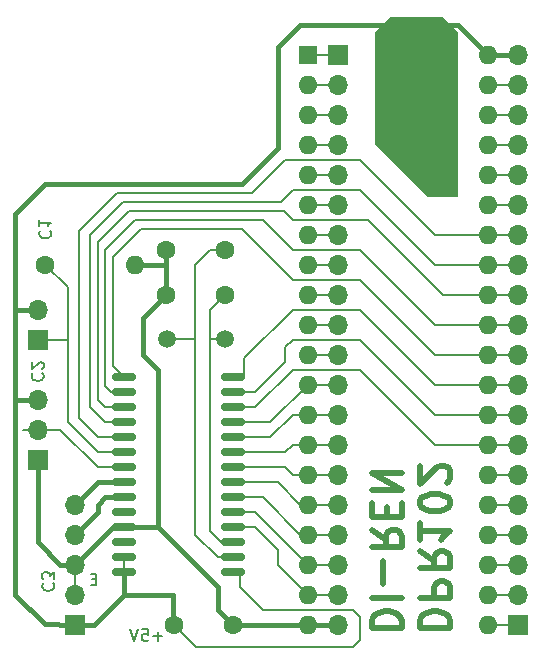
<source format=gbl>
%TF.GenerationSoftware,KiCad,Pcbnew,8.0.3+1*%
%TF.CreationDate,2024-07-31T15:36:37+02:00*%
%TF.ProjectId,QL_diren_keyboard_adapter,514c5f64-6972-4656-9e5f-6b6579626f61,0*%
%TF.SameCoordinates,Original*%
%TF.FileFunction,Copper,L2,Bot*%
%TF.FilePolarity,Positive*%
%FSLAX46Y46*%
G04 Gerber Fmt 4.6, Leading zero omitted, Abs format (unit mm)*
G04 Created by KiCad (PCBNEW 8.0.3+1) date 2024-07-31 15:36:37*
%MOMM*%
%LPD*%
G01*
G04 APERTURE LIST*
G04 Aperture macros list*
%AMRoundRect*
0 Rectangle with rounded corners*
0 $1 Rounding radius*
0 $2 $3 $4 $5 $6 $7 $8 $9 X,Y pos of 4 corners*
0 Add a 4 corners polygon primitive as box body*
4,1,4,$2,$3,$4,$5,$6,$7,$8,$9,$2,$3,0*
0 Add four circle primitives for the rounded corners*
1,1,$1+$1,$2,$3*
1,1,$1+$1,$4,$5*
1,1,$1+$1,$6,$7*
1,1,$1+$1,$8,$9*
0 Add four rect primitives between the rounded corners*
20,1,$1+$1,$2,$3,$4,$5,0*
20,1,$1+$1,$4,$5,$6,$7,0*
20,1,$1+$1,$6,$7,$8,$9,0*
20,1,$1+$1,$8,$9,$2,$3,0*%
G04 Aperture macros list end*
%ADD10C,0.200000*%
%TA.AperFunction,NonConductor*%
%ADD11C,0.200000*%
%TD*%
%ADD12C,0.508000*%
%TA.AperFunction,NonConductor*%
%ADD13C,0.508000*%
%TD*%
%TA.AperFunction,SMDPad,CuDef*%
%ADD14RoundRect,0.150000X-0.875000X-0.150000X0.875000X-0.150000X0.875000X0.150000X-0.875000X0.150000X0*%
%TD*%
%TA.AperFunction,ComponentPad*%
%ADD15R,1.600000X1.600000*%
%TD*%
%TA.AperFunction,ComponentPad*%
%ADD16O,1.600000X1.600000*%
%TD*%
%TA.AperFunction,ComponentPad*%
%ADD17R,1.700000X1.700000*%
%TD*%
%TA.AperFunction,ComponentPad*%
%ADD18O,1.700000X1.700000*%
%TD*%
%TA.AperFunction,ComponentPad*%
%ADD19C,1.600000*%
%TD*%
%TA.AperFunction,ComponentPad*%
%ADD20C,1.500000*%
%TD*%
%TA.AperFunction,Conductor*%
%ADD21C,0.200000*%
%TD*%
%TA.AperFunction,Conductor*%
%ADD22C,0.400000*%
%TD*%
%ADD23C,0.350000*%
G04 APERTURE END LIST*
D10*
D11*
X89292326Y-112770266D02*
X88530422Y-112770266D01*
X88911374Y-113151219D02*
X88911374Y-112389314D01*
X87578041Y-112151219D02*
X88054231Y-112151219D01*
X88054231Y-112151219D02*
X88101850Y-112627409D01*
X88101850Y-112627409D02*
X88054231Y-112579790D01*
X88054231Y-112579790D02*
X87958993Y-112532171D01*
X87958993Y-112532171D02*
X87720898Y-112532171D01*
X87720898Y-112532171D02*
X87625660Y-112579790D01*
X87625660Y-112579790D02*
X87578041Y-112627409D01*
X87578041Y-112627409D02*
X87530422Y-112722647D01*
X87530422Y-112722647D02*
X87530422Y-112960742D01*
X87530422Y-112960742D02*
X87578041Y-113055980D01*
X87578041Y-113055980D02*
X87625660Y-113103600D01*
X87625660Y-113103600D02*
X87720898Y-113151219D01*
X87720898Y-113151219D02*
X87958993Y-113151219D01*
X87958993Y-113151219D02*
X88054231Y-113103600D01*
X88054231Y-113103600D02*
X88101850Y-113055980D01*
X87244707Y-112151219D02*
X86911374Y-113151219D01*
X86911374Y-113151219D02*
X86578041Y-112151219D01*
D10*
D11*
X79222019Y-108278898D02*
X79174400Y-108326517D01*
X79174400Y-108326517D02*
X79126780Y-108469374D01*
X79126780Y-108469374D02*
X79126780Y-108564612D01*
X79126780Y-108564612D02*
X79174400Y-108707469D01*
X79174400Y-108707469D02*
X79269638Y-108802707D01*
X79269638Y-108802707D02*
X79364876Y-108850326D01*
X79364876Y-108850326D02*
X79555352Y-108897945D01*
X79555352Y-108897945D02*
X79698209Y-108897945D01*
X79698209Y-108897945D02*
X79888685Y-108850326D01*
X79888685Y-108850326D02*
X79983923Y-108802707D01*
X79983923Y-108802707D02*
X80079161Y-108707469D01*
X80079161Y-108707469D02*
X80126780Y-108564612D01*
X80126780Y-108564612D02*
X80126780Y-108469374D01*
X80126780Y-108469374D02*
X80079161Y-108326517D01*
X80079161Y-108326517D02*
X80031542Y-108278898D01*
X80126780Y-107945564D02*
X80126780Y-107326517D01*
X80126780Y-107326517D02*
X79745828Y-107659850D01*
X79745828Y-107659850D02*
X79745828Y-107516993D01*
X79745828Y-107516993D02*
X79698209Y-107421755D01*
X79698209Y-107421755D02*
X79650590Y-107374136D01*
X79650590Y-107374136D02*
X79555352Y-107326517D01*
X79555352Y-107326517D02*
X79317257Y-107326517D01*
X79317257Y-107326517D02*
X79222019Y-107374136D01*
X79222019Y-107374136D02*
X79174400Y-107421755D01*
X79174400Y-107421755D02*
X79126780Y-107516993D01*
X79126780Y-107516993D02*
X79126780Y-107802707D01*
X79126780Y-107802707D02*
X79174400Y-107897945D01*
X79174400Y-107897945D02*
X79222019Y-107945564D01*
D10*
D11*
X78968019Y-78433898D02*
X78920400Y-78481517D01*
X78920400Y-78481517D02*
X78872780Y-78624374D01*
X78872780Y-78624374D02*
X78872780Y-78719612D01*
X78872780Y-78719612D02*
X78920400Y-78862469D01*
X78920400Y-78862469D02*
X79015638Y-78957707D01*
X79015638Y-78957707D02*
X79110876Y-79005326D01*
X79110876Y-79005326D02*
X79301352Y-79052945D01*
X79301352Y-79052945D02*
X79444209Y-79052945D01*
X79444209Y-79052945D02*
X79634685Y-79005326D01*
X79634685Y-79005326D02*
X79729923Y-78957707D01*
X79729923Y-78957707D02*
X79825161Y-78862469D01*
X79825161Y-78862469D02*
X79872780Y-78719612D01*
X79872780Y-78719612D02*
X79872780Y-78624374D01*
X79872780Y-78624374D02*
X79825161Y-78481517D01*
X79825161Y-78481517D02*
X79777542Y-78433898D01*
X78872780Y-77481517D02*
X78872780Y-78052945D01*
X78872780Y-77767231D02*
X79872780Y-77767231D01*
X79872780Y-77767231D02*
X79729923Y-77862469D01*
X79729923Y-77862469D02*
X79634685Y-77957707D01*
X79634685Y-77957707D02*
X79587066Y-78052945D01*
D12*
D13*
X111106521Y-112091028D02*
X113646521Y-112091028D01*
X113646521Y-112091028D02*
X113646521Y-111486266D01*
X113646521Y-111486266D02*
X113525569Y-111123409D01*
X113525569Y-111123409D02*
X113283664Y-110881504D01*
X113283664Y-110881504D02*
X113041759Y-110760551D01*
X113041759Y-110760551D02*
X112557950Y-110639599D01*
X112557950Y-110639599D02*
X112195093Y-110639599D01*
X112195093Y-110639599D02*
X111711283Y-110760551D01*
X111711283Y-110760551D02*
X111469378Y-110881504D01*
X111469378Y-110881504D02*
X111227474Y-111123409D01*
X111227474Y-111123409D02*
X111106521Y-111486266D01*
X111106521Y-111486266D02*
X111106521Y-112091028D01*
X111106521Y-109551028D02*
X113646521Y-109551028D01*
X113646521Y-109551028D02*
X113646521Y-108583409D01*
X113646521Y-108583409D02*
X113525569Y-108341504D01*
X113525569Y-108341504D02*
X113404616Y-108220551D01*
X113404616Y-108220551D02*
X113162712Y-108099599D01*
X113162712Y-108099599D02*
X112799854Y-108099599D01*
X112799854Y-108099599D02*
X112557950Y-108220551D01*
X112557950Y-108220551D02*
X112436997Y-108341504D01*
X112436997Y-108341504D02*
X112316045Y-108583409D01*
X112316045Y-108583409D02*
X112316045Y-109551028D01*
X111106521Y-105559599D02*
X112316045Y-106406266D01*
X111106521Y-107011028D02*
X113646521Y-107011028D01*
X113646521Y-107011028D02*
X113646521Y-106043409D01*
X113646521Y-106043409D02*
X113525569Y-105801504D01*
X113525569Y-105801504D02*
X113404616Y-105680551D01*
X113404616Y-105680551D02*
X113162712Y-105559599D01*
X113162712Y-105559599D02*
X112799854Y-105559599D01*
X112799854Y-105559599D02*
X112557950Y-105680551D01*
X112557950Y-105680551D02*
X112436997Y-105801504D01*
X112436997Y-105801504D02*
X112316045Y-106043409D01*
X112316045Y-106043409D02*
X112316045Y-107011028D01*
X111106521Y-103140551D02*
X111106521Y-104591980D01*
X111106521Y-103866266D02*
X113646521Y-103866266D01*
X113646521Y-103866266D02*
X113283664Y-104108170D01*
X113283664Y-104108170D02*
X113041759Y-104350075D01*
X113041759Y-104350075D02*
X112920807Y-104591980D01*
X113646521Y-101568170D02*
X113646521Y-101326265D01*
X113646521Y-101326265D02*
X113525569Y-101084361D01*
X113525569Y-101084361D02*
X113404616Y-100963408D01*
X113404616Y-100963408D02*
X113162712Y-100842456D01*
X113162712Y-100842456D02*
X112678902Y-100721503D01*
X112678902Y-100721503D02*
X112074140Y-100721503D01*
X112074140Y-100721503D02*
X111590331Y-100842456D01*
X111590331Y-100842456D02*
X111348426Y-100963408D01*
X111348426Y-100963408D02*
X111227474Y-101084361D01*
X111227474Y-101084361D02*
X111106521Y-101326265D01*
X111106521Y-101326265D02*
X111106521Y-101568170D01*
X111106521Y-101568170D02*
X111227474Y-101810075D01*
X111227474Y-101810075D02*
X111348426Y-101931027D01*
X111348426Y-101931027D02*
X111590331Y-102051980D01*
X111590331Y-102051980D02*
X112074140Y-102172932D01*
X112074140Y-102172932D02*
X112678902Y-102172932D01*
X112678902Y-102172932D02*
X113162712Y-102051980D01*
X113162712Y-102051980D02*
X113404616Y-101931027D01*
X113404616Y-101931027D02*
X113525569Y-101810075D01*
X113525569Y-101810075D02*
X113646521Y-101568170D01*
X113404616Y-99753884D02*
X113525569Y-99632932D01*
X113525569Y-99632932D02*
X113646521Y-99391027D01*
X113646521Y-99391027D02*
X113646521Y-98786265D01*
X113646521Y-98786265D02*
X113525569Y-98544360D01*
X113525569Y-98544360D02*
X113404616Y-98423408D01*
X113404616Y-98423408D02*
X113162712Y-98302455D01*
X113162712Y-98302455D02*
X112920807Y-98302455D01*
X112920807Y-98302455D02*
X112557950Y-98423408D01*
X112557950Y-98423408D02*
X111106521Y-99874836D01*
X111106521Y-99874836D02*
X111106521Y-98302455D01*
X107017263Y-112091028D02*
X109557263Y-112091028D01*
X109557263Y-112091028D02*
X109557263Y-111486266D01*
X109557263Y-111486266D02*
X109436311Y-111123409D01*
X109436311Y-111123409D02*
X109194406Y-110881504D01*
X109194406Y-110881504D02*
X108952501Y-110760551D01*
X108952501Y-110760551D02*
X108468692Y-110639599D01*
X108468692Y-110639599D02*
X108105835Y-110639599D01*
X108105835Y-110639599D02*
X107622025Y-110760551D01*
X107622025Y-110760551D02*
X107380120Y-110881504D01*
X107380120Y-110881504D02*
X107138216Y-111123409D01*
X107138216Y-111123409D02*
X107017263Y-111486266D01*
X107017263Y-111486266D02*
X107017263Y-112091028D01*
X107017263Y-109551028D02*
X109557263Y-109551028D01*
X107984882Y-108341504D02*
X107984882Y-106406266D01*
X107017263Y-103745313D02*
X108226787Y-104591980D01*
X107017263Y-105196742D02*
X109557263Y-105196742D01*
X109557263Y-105196742D02*
X109557263Y-104229123D01*
X109557263Y-104229123D02*
X109436311Y-103987218D01*
X109436311Y-103987218D02*
X109315358Y-103866265D01*
X109315358Y-103866265D02*
X109073454Y-103745313D01*
X109073454Y-103745313D02*
X108710596Y-103745313D01*
X108710596Y-103745313D02*
X108468692Y-103866265D01*
X108468692Y-103866265D02*
X108347739Y-103987218D01*
X108347739Y-103987218D02*
X108226787Y-104229123D01*
X108226787Y-104229123D02*
X108226787Y-105196742D01*
X108347739Y-102656742D02*
X108347739Y-101810075D01*
X107017263Y-101447218D02*
X107017263Y-102656742D01*
X107017263Y-102656742D02*
X109557263Y-102656742D01*
X109557263Y-102656742D02*
X109557263Y-101447218D01*
X107017263Y-100358647D02*
X109557263Y-100358647D01*
X109557263Y-100358647D02*
X107017263Y-98907218D01*
X107017263Y-98907218D02*
X109557263Y-98907218D01*
D10*
D11*
X83704326Y-107928409D02*
X83370993Y-107928409D01*
X83228136Y-108452219D02*
X83704326Y-108452219D01*
X83704326Y-108452219D02*
X83704326Y-107452219D01*
X83704326Y-107452219D02*
X83228136Y-107452219D01*
D10*
D11*
X78333019Y-90498898D02*
X78285400Y-90546517D01*
X78285400Y-90546517D02*
X78237780Y-90689374D01*
X78237780Y-90689374D02*
X78237780Y-90784612D01*
X78237780Y-90784612D02*
X78285400Y-90927469D01*
X78285400Y-90927469D02*
X78380638Y-91022707D01*
X78380638Y-91022707D02*
X78475876Y-91070326D01*
X78475876Y-91070326D02*
X78666352Y-91117945D01*
X78666352Y-91117945D02*
X78809209Y-91117945D01*
X78809209Y-91117945D02*
X78999685Y-91070326D01*
X78999685Y-91070326D02*
X79094923Y-91022707D01*
X79094923Y-91022707D02*
X79190161Y-90927469D01*
X79190161Y-90927469D02*
X79237780Y-90784612D01*
X79237780Y-90784612D02*
X79237780Y-90689374D01*
X79237780Y-90689374D02*
X79190161Y-90546517D01*
X79190161Y-90546517D02*
X79142542Y-90498898D01*
X79142542Y-90117945D02*
X79190161Y-90070326D01*
X79190161Y-90070326D02*
X79237780Y-89975088D01*
X79237780Y-89975088D02*
X79237780Y-89736993D01*
X79237780Y-89736993D02*
X79190161Y-89641755D01*
X79190161Y-89641755D02*
X79142542Y-89594136D01*
X79142542Y-89594136D02*
X79047304Y-89546517D01*
X79047304Y-89546517D02*
X78952066Y-89546517D01*
X78952066Y-89546517D02*
X78809209Y-89594136D01*
X78809209Y-89594136D02*
X78237780Y-90165564D01*
X78237780Y-90165564D02*
X78237780Y-89546517D01*
D14*
%TO.P,U2,1,TOCKI*%
%TO.N,+5V*%
X86002500Y-107315000D03*
%TO.P,U2,2,VDD*%
X86002500Y-106045000D03*
%TO.P,U2,3,NC_1*%
%TO.N,unconnected-(U2-NC_1-Pad3)*%
X86002500Y-104775000D03*
%TO.P,U2,4,VSS*%
%TO.N,GND*%
X86002500Y-103505000D03*
%TO.P,U2,5,NC_2*%
%TO.N,unconnected-(U2-NC_2-Pad5)*%
X86002500Y-102235000D03*
%TO.P,U2,6,RA0*%
%TO.N,Net-(J3-Pin_4)*%
X86002500Y-100965000D03*
%TO.P,U2,7,RA1*%
%TO.N,Net-(J3-Pin_5)*%
X86002500Y-99695000D03*
%TO.P,U2,8,RA2*%
%TO.N,Net-(J5-Pin_2)*%
X86002500Y-98425000D03*
%TO.P,U2,9,RA3*%
%TO.N,Net-(J4-Pin_1)*%
X86002500Y-97155000D03*
%TO.P,U2,10,RB0*%
%TO.N,/KBO07*%
X86002500Y-95885000D03*
%TO.P,U2,11,RB1*%
%TO.N,/KBO06*%
X86002500Y-94615000D03*
%TO.P,U2,12,RB2*%
%TO.N,/KBO05*%
X86002500Y-93345000D03*
%TO.P,U2,13,RB3*%
%TO.N,/KBO04*%
X86002500Y-92075000D03*
%TO.P,U2,14,RB4*%
%TO.N,/KBO03*%
X86002500Y-90805000D03*
%TO.P,U2,15,RB5*%
%TO.N,/KBO02*%
X95302500Y-90805000D03*
%TO.P,U2,16,RB6*%
%TO.N,/KBO01*%
X95302500Y-92075000D03*
%TO.P,U2,17,RB7*%
%TO.N,/KBO00*%
X95302500Y-93345000D03*
%TO.P,U2,18,RC0*%
%TO.N,/KBI00*%
X95302500Y-94615000D03*
%TO.P,U2,19,RC1*%
%TO.N,/KBI01*%
X95302500Y-95885000D03*
%TO.P,U2,20,RC2*%
%TO.N,/KBI02*%
X95302500Y-97155000D03*
%TO.P,U2,21,RC3*%
%TO.N,/KBI03*%
X95302500Y-98425000D03*
%TO.P,U2,22,RC4*%
%TO.N,/KBI04*%
X95302500Y-99695000D03*
%TO.P,U2,23,RC5*%
%TO.N,/KBI05*%
X95302500Y-100965000D03*
%TO.P,U2,24,RC6*%
%TO.N,/KBI06*%
X95302500Y-102235000D03*
%TO.P,U2,25,RC7*%
%TO.N,/KBI07*%
X95302500Y-103505000D03*
%TO.P,U2,26,OSC2/CLKOUT*%
%TO.N,Net-(U2-OSC2{slash}CLKOUT)*%
X95302500Y-104775000D03*
%TO.P,U2,27,OSC1/CLKIN*%
%TO.N,Net-(U2-OSC1{slash}CLKIN)*%
X95302500Y-106045000D03*
%TO.P,U2,28,~{MCLR}*%
%TO.N,+5V*%
X95302500Y-107315000D03*
%TD*%
D15*
%TO.P,U1,1,T0*%
%TO.N,Net-(J1-Pin_1)*%
X101600000Y-63500000D03*
D16*
%TO.P,U1,2,X1*%
%TO.N,Net-(J1-Pin_2)*%
X101600000Y-66040000D03*
%TO.P,U1,3,X2*%
%TO.N,Net-(J1-Pin_3)*%
X101600000Y-68580000D03*
%TO.P,U1,4,~{RESET}*%
%TO.N,Net-(J1-Pin_4)*%
X101600000Y-71120000D03*
%TO.P,U1,5,~{SS}*%
%TO.N,Net-(J1-Pin_5)*%
X101600000Y-73660000D03*
%TO.P,U1,6,~{INT}*%
%TO.N,Net-(J1-Pin_6)*%
X101600000Y-76200000D03*
%TO.P,U1,7,EA*%
%TO.N,Net-(J1-Pin_7)*%
X101600000Y-78740000D03*
%TO.P,U1,8,~{RD}*%
%TO.N,Net-(J1-Pin_8)*%
X101600000Y-81280000D03*
%TO.P,U1,9,~{PSEN}*%
%TO.N,Net-(J1-Pin_9)*%
X101600000Y-83820000D03*
%TO.P,U1,10,~{WR}*%
%TO.N,Net-(J1-Pin_10)*%
X101600000Y-86360000D03*
%TO.P,U1,11,ALE*%
%TO.N,Net-(J1-Pin_11)*%
X101600000Y-88900000D03*
%TO.P,U1,12,DB.0*%
%TO.N,/KBI00*%
X101600000Y-91440000D03*
%TO.P,U1,13,DB.1*%
%TO.N,/KBI01*%
X101600000Y-93980000D03*
%TO.P,U1,14,DB.2*%
%TO.N,/KBI02*%
X101600000Y-96520000D03*
%TO.P,U1,15,DB.3*%
%TO.N,/KBI03*%
X101600000Y-99060000D03*
%TO.P,U1,16,DB.4*%
%TO.N,/KBI04*%
X101600000Y-101600000D03*
%TO.P,U1,17,DB.5*%
%TO.N,/KBI05*%
X101600000Y-104140000D03*
%TO.P,U1,18,DB.6*%
%TO.N,/KBI06*%
X101600000Y-106680000D03*
%TO.P,U1,19,DB.7*%
%TO.N,/KBI07*%
X101600000Y-109220000D03*
%TO.P,U1,20,GND*%
%TO.N,GND*%
X101600000Y-111760000D03*
%TO.P,U1,21,P2.0*%
%TO.N,Net-(J2-Pin_1)*%
X116840000Y-111760000D03*
%TO.P,U1,22,P2.1*%
%TO.N,Net-(J2-Pin_2)*%
X116840000Y-109220000D03*
%TO.P,U1,23,P2.2*%
%TO.N,Net-(J2-Pin_3)*%
X116840000Y-106680000D03*
%TO.P,U1,24,P2.3*%
%TO.N,Net-(J2-Pin_4)*%
X116840000Y-104140000D03*
%TO.P,U1,25,PROG*%
%TO.N,Net-(J2-Pin_5)*%
X116840000Y-101600000D03*
%TO.P,U1,26,Vpp/VDD*%
%TO.N,Net-(J2-Pin_6)*%
X116840000Y-99060000D03*
%TO.P,U1,27,P1.0*%
%TO.N,/KBO00*%
X116840000Y-96520000D03*
%TO.P,U1,28,P1.1*%
%TO.N,/KBO01*%
X116840000Y-93980000D03*
%TO.P,U1,29,P1.2*%
%TO.N,/KBO02*%
X116840000Y-91440000D03*
%TO.P,U1,30,P1.3*%
%TO.N,/KBO03*%
X116840000Y-88900000D03*
%TO.P,U1,31,P1.4*%
%TO.N,/KBO04*%
X116840000Y-86360000D03*
%TO.P,U1,32,P1.5*%
%TO.N,/KBO05*%
X116840000Y-83820000D03*
%TO.P,U1,33,P1.6*%
%TO.N,/KBO06*%
X116840000Y-81280000D03*
%TO.P,U1,34,P1.7*%
%TO.N,/KBO07*%
X116840000Y-78740000D03*
%TO.P,U1,35,P2.4*%
%TO.N,Net-(J2-Pin_15)*%
X116840000Y-76200000D03*
%TO.P,U1,36,P2.5*%
%TO.N,Net-(J2-Pin_16)*%
X116840000Y-73660000D03*
%TO.P,U1,37,P2.6*%
%TO.N,Net-(J2-Pin_17)*%
X116840000Y-71120000D03*
%TO.P,U1,38,P2.7*%
%TO.N,Net-(J2-Pin_18)*%
X116840000Y-68580000D03*
%TO.P,U1,39,T1*%
%TO.N,Net-(J2-Pin_19)*%
X116840000Y-66040000D03*
%TO.P,U1,40,VCC*%
%TO.N,+5V*%
X116840000Y-63500000D03*
%TD*%
D17*
%TO.P,J5,1,Pin_1*%
%TO.N,GND*%
X78740000Y-97790000D03*
D18*
%TO.P,J5,2,Pin_2*%
%TO.N,Net-(J5-Pin_2)*%
X78740000Y-95250000D03*
%TO.P,J5,3,Pin_3*%
%TO.N,+5V*%
X78740000Y-92710000D03*
%TD*%
D19*
%TO.P,C2,1*%
%TO.N,Net-(U2-OSC1{slash}CLKIN)*%
X94615000Y-80010000D03*
%TO.P,C2,2*%
%TO.N,GND*%
X89615000Y-80010000D03*
%TD*%
%TO.P,C1,1*%
%TO.N,Net-(U2-OSC2{slash}CLKOUT)*%
X94615000Y-83820000D03*
%TO.P,C1,2*%
%TO.N,GND*%
X89615000Y-83820000D03*
%TD*%
%TO.P,C3,1*%
%TO.N,+5V*%
X90250000Y-111760000D03*
%TO.P,C3,2*%
%TO.N,GND*%
X95250000Y-111760000D03*
%TD*%
D20*
%TO.P,Y1,1,1*%
%TO.N,Net-(U2-OSC1{slash}CLKIN)*%
X89715000Y-87600000D03*
%TO.P,Y1,2,2*%
%TO.N,Net-(U2-OSC2{slash}CLKOUT)*%
X94615000Y-87600000D03*
%TD*%
D17*
%TO.P,J4,1,Pin_1*%
%TO.N,Net-(J4-Pin_1)*%
X78740000Y-87630000D03*
D18*
%TO.P,J4,2,Pin_2*%
%TO.N,+5V*%
X78740000Y-85090000D03*
%TD*%
D19*
%TO.P,R1,1*%
%TO.N,Net-(J4-Pin_1)*%
X79375000Y-81280000D03*
D16*
%TO.P,R1,2*%
%TO.N,GND*%
X86995000Y-81280000D03*
%TD*%
D17*
%TO.P,J3,1,Pin_1*%
%TO.N,+5V*%
X81915000Y-111760000D03*
D18*
%TO.P,J3,2,Pin_2*%
%TO.N,GND*%
X81915000Y-109220000D03*
%TO.P,J3,3,Pin_3*%
X81915000Y-106680000D03*
%TO.P,J3,4,Pin_4*%
%TO.N,Net-(J3-Pin_4)*%
X81915000Y-104140000D03*
%TO.P,J3,5,Pin_5*%
%TO.N,Net-(J3-Pin_5)*%
X81915000Y-101600000D03*
%TD*%
D17*
%TO.P,J2,1,Pin_1*%
%TO.N,Net-(J2-Pin_1)*%
X119380000Y-111760000D03*
D18*
%TO.P,J2,2,Pin_2*%
%TO.N,Net-(J2-Pin_2)*%
X119380000Y-109220000D03*
%TO.P,J2,3,Pin_3*%
%TO.N,Net-(J2-Pin_3)*%
X119380000Y-106680000D03*
%TO.P,J2,4,Pin_4*%
%TO.N,Net-(J2-Pin_4)*%
X119380000Y-104140000D03*
%TO.P,J2,5,Pin_5*%
%TO.N,Net-(J2-Pin_5)*%
X119380000Y-101600000D03*
%TO.P,J2,6,Pin_6*%
%TO.N,Net-(J2-Pin_6)*%
X119380000Y-99060000D03*
%TO.P,J2,7,Pin_7*%
%TO.N,/KBO00*%
X119380000Y-96520000D03*
%TO.P,J2,8,Pin_8*%
%TO.N,/KBO01*%
X119380000Y-93980000D03*
%TO.P,J2,9,Pin_9*%
%TO.N,/KBO02*%
X119380000Y-91440000D03*
%TO.P,J2,10,Pin_10*%
%TO.N,/KBO03*%
X119380000Y-88900000D03*
%TO.P,J2,11,Pin_11*%
%TO.N,/KBO04*%
X119380000Y-86360000D03*
%TO.P,J2,12,Pin_12*%
%TO.N,/KBO05*%
X119380000Y-83820000D03*
%TO.P,J2,13,Pin_13*%
%TO.N,/KBO06*%
X119380000Y-81280000D03*
%TO.P,J2,14,Pin_14*%
%TO.N,/KBO07*%
X119380000Y-78740000D03*
%TO.P,J2,15,Pin_15*%
%TO.N,Net-(J2-Pin_15)*%
X119380000Y-76200000D03*
%TO.P,J2,16,Pin_16*%
%TO.N,Net-(J2-Pin_16)*%
X119380000Y-73660000D03*
%TO.P,J2,17,Pin_17*%
%TO.N,Net-(J2-Pin_17)*%
X119380000Y-71120000D03*
%TO.P,J2,18,Pin_18*%
%TO.N,Net-(J2-Pin_18)*%
X119380000Y-68580000D03*
%TO.P,J2,19,Pin_19*%
%TO.N,Net-(J2-Pin_19)*%
X119380000Y-66040000D03*
%TO.P,J2,20,Pin_20*%
%TO.N,+5V*%
X119380000Y-63500000D03*
%TD*%
D17*
%TO.P,J1,1,Pin_1*%
%TO.N,Net-(J1-Pin_1)*%
X104140000Y-63500000D03*
D18*
%TO.P,J1,2,Pin_2*%
%TO.N,Net-(J1-Pin_2)*%
X104140000Y-66040000D03*
%TO.P,J1,3,Pin_3*%
%TO.N,Net-(J1-Pin_3)*%
X104140000Y-68580000D03*
%TO.P,J1,4,Pin_4*%
%TO.N,Net-(J1-Pin_4)*%
X104140000Y-71120000D03*
%TO.P,J1,5,Pin_5*%
%TO.N,Net-(J1-Pin_5)*%
X104140000Y-73660000D03*
%TO.P,J1,6,Pin_6*%
%TO.N,Net-(J1-Pin_6)*%
X104140000Y-76200000D03*
%TO.P,J1,7,Pin_7*%
%TO.N,Net-(J1-Pin_7)*%
X104140000Y-78740000D03*
%TO.P,J1,8,Pin_8*%
%TO.N,Net-(J1-Pin_8)*%
X104140000Y-81280000D03*
%TO.P,J1,9,Pin_9*%
%TO.N,Net-(J1-Pin_9)*%
X104140000Y-83820000D03*
%TO.P,J1,10,Pin_10*%
%TO.N,Net-(J1-Pin_10)*%
X104140000Y-86360000D03*
%TO.P,J1,11,Pin_11*%
%TO.N,Net-(J1-Pin_11)*%
X104140000Y-88900000D03*
%TO.P,J1,12,Pin_12*%
%TO.N,/KBI00*%
X104140000Y-91440000D03*
%TO.P,J1,13,Pin_13*%
%TO.N,/KBI01*%
X104140000Y-93980000D03*
%TO.P,J1,14,Pin_14*%
%TO.N,/KBI02*%
X104140000Y-96520000D03*
%TO.P,J1,15,Pin_15*%
%TO.N,/KBI03*%
X104140000Y-99060000D03*
%TO.P,J1,16,Pin_16*%
%TO.N,/KBI04*%
X104140000Y-101600000D03*
%TO.P,J1,17,Pin_17*%
%TO.N,/KBI05*%
X104140000Y-104140000D03*
%TO.P,J1,18,Pin_18*%
%TO.N,/KBI06*%
X104140000Y-106680000D03*
%TO.P,J1,19,Pin_19*%
%TO.N,/KBI07*%
X104140000Y-109220000D03*
%TO.P,J1,20,Pin_20*%
%TO.N,GND*%
X104140000Y-111760000D03*
%TD*%
D21*
%TO.N,Net-(U2-OSC2{slash}CLKOUT)*%
X93345000Y-87630000D02*
X93345000Y-103842499D01*
X94277501Y-104775000D02*
X95302500Y-104775000D01*
X93345000Y-103842499D02*
X94277501Y-104775000D01*
%TO.N,Net-(J4-Pin_1)*%
X81280000Y-94615000D02*
X81280000Y-87630000D01*
X81280000Y-87630000D02*
X81280000Y-83185000D01*
X78740000Y-87630000D02*
X81280000Y-87630000D01*
D22*
%TO.N,+5V*%
X116840000Y-63500000D02*
X114300000Y-60960000D01*
X114300000Y-60960000D02*
X100965000Y-60960000D01*
X96012000Y-74422000D02*
X79375000Y-74422000D01*
X100965000Y-60960000D02*
X99060000Y-62865000D01*
X99060000Y-62865000D02*
X99060000Y-71374000D01*
X99060000Y-71374000D02*
X96012000Y-74422000D01*
X79375000Y-74422000D02*
X76835000Y-76962000D01*
X76835000Y-76962000D02*
X76835000Y-92710000D01*
%TO.N,GND*%
X88900000Y-103505000D02*
X86002500Y-103505000D01*
%TO.N,+5V*%
X86055200Y-109220000D02*
X83515200Y-111760000D01*
X83515200Y-111760000D02*
X81915000Y-111760000D01*
X81915000Y-111760000D02*
X79365000Y-111750000D01*
X79365000Y-111750000D02*
X76835000Y-109220000D01*
X76835000Y-109220000D02*
X76835000Y-92710000D01*
%TO.N,Net-(J3-Pin_4)*%
X83820000Y-102235000D02*
X83820000Y-101600000D01*
X84455000Y-100965000D02*
X86002500Y-100965000D01*
X81915000Y-104140000D02*
X83820000Y-102235000D01*
X83820000Y-101600000D02*
X84455000Y-100965000D01*
%TO.N,Net-(J3-Pin_5)*%
X81915000Y-101600000D02*
X83820000Y-99695000D01*
X83820000Y-99695000D02*
X86002500Y-99695000D01*
%TO.N,GND*%
X85090000Y-103505000D02*
X81915000Y-106680000D01*
X86002500Y-103505000D02*
X85090000Y-103505000D01*
X81915000Y-106680000D02*
X80645000Y-106680000D01*
D21*
%TO.N,Net-(J5-Pin_2)*%
X83820000Y-98425000D02*
X80645000Y-95250000D01*
X86002500Y-98425000D02*
X83820000Y-98425000D01*
X80645000Y-95250000D02*
X77470000Y-95250000D01*
%TO.N,Net-(J4-Pin_1)*%
X81280000Y-83185000D02*
X79375000Y-81280000D01*
X83820000Y-97155000D02*
X86002500Y-97155000D01*
X83820000Y-97155000D02*
X81280000Y-94615000D01*
%TO.N,/KBO07*%
X116840000Y-78740000D02*
X112395000Y-78740000D01*
X82232500Y-94297500D02*
X83820000Y-95885000D01*
X112395000Y-78740000D02*
X106045000Y-72390000D01*
X106045000Y-72390000D02*
X99695000Y-72390000D01*
X96901000Y-75184000D02*
X85471000Y-75184000D01*
X99695000Y-72390000D02*
X96901000Y-75184000D01*
X85471000Y-75184000D02*
X82232500Y-78422500D01*
X83820000Y-95885000D02*
X85090000Y-95885000D01*
X82232500Y-78422500D02*
X82232500Y-94297500D01*
%TO.N,/KBO06*%
X116840000Y-81280000D02*
X112395000Y-81280000D01*
X112395000Y-81280000D02*
X106045000Y-74930000D01*
X83185000Y-93345000D02*
X84455000Y-94615000D01*
X106045000Y-74930000D02*
X100330000Y-74930000D01*
X83185000Y-78740000D02*
X83185000Y-93345000D01*
X100330000Y-74930000D02*
X99314000Y-75946000D01*
X99314000Y-75946000D02*
X85979000Y-75946000D01*
X85979000Y-75946000D02*
X83185000Y-78740000D01*
X84455000Y-94615000D02*
X85090000Y-94615000D01*
%TO.N,/KBO05*%
X116840000Y-83820000D02*
X113030000Y-83820000D01*
X113030000Y-83820000D02*
X106680000Y-77470000D01*
X106680000Y-77470000D02*
X100330000Y-77470000D01*
X100330000Y-77470000D02*
X99568000Y-76708000D01*
X83820000Y-92710000D02*
X84455000Y-93345000D01*
X99568000Y-76708000D02*
X86487000Y-76708000D01*
X86487000Y-76708000D02*
X83820000Y-79375000D01*
X83820000Y-79375000D02*
X83820000Y-92710000D01*
X84455000Y-93345000D02*
X85090000Y-93345000D01*
%TO.N,/KBO03*%
X86002500Y-90805000D02*
X85090000Y-89892500D01*
X112395000Y-88900000D02*
X116840000Y-88900000D01*
X85090000Y-89892500D02*
X85090000Y-80645000D01*
X85090000Y-80645000D02*
X87503000Y-78232000D01*
X87503000Y-78232000D02*
X96012000Y-78232000D01*
X96012000Y-78232000D02*
X100330000Y-82550000D01*
X100330000Y-82550000D02*
X106045000Y-82550000D01*
X106045000Y-82550000D02*
X112395000Y-88900000D01*
%TO.N,/KBO04*%
X84455000Y-80010000D02*
X86995000Y-77470000D01*
X84977501Y-92075000D02*
X84455000Y-91552499D01*
X86002500Y-92075000D02*
X84977501Y-92075000D01*
X84455000Y-91552499D02*
X84455000Y-80010000D01*
%TO.N,/KBO01*%
X116840000Y-93980000D02*
X112395000Y-93980000D01*
X99695000Y-89535000D02*
X97155000Y-92075000D01*
X112395000Y-93980000D02*
X106045000Y-87630000D01*
X106045000Y-87630000D02*
X100330000Y-87630000D01*
X99695000Y-88265000D02*
X99695000Y-89535000D01*
X100330000Y-87630000D02*
X99695000Y-88265000D01*
X97155000Y-92075000D02*
X95302500Y-92075000D01*
%TO.N,/KBO00*%
X116840000Y-96520000D02*
X112395000Y-96520000D01*
X112395000Y-96520000D02*
X106045000Y-90170000D01*
X106045000Y-90170000D02*
X100330000Y-90170000D01*
X100330000Y-90170000D02*
X97155000Y-93345000D01*
X97155000Y-93345000D02*
X95302500Y-93345000D01*
%TO.N,/KBI00*%
X101600000Y-91440000D02*
X98425000Y-94615000D01*
X98425000Y-94615000D02*
X95302500Y-94615000D01*
%TO.N,/KBI01*%
X101600000Y-93980000D02*
X100330000Y-93980000D01*
X100330000Y-93980000D02*
X98425000Y-95885000D01*
X98425000Y-95885000D02*
X95302500Y-95885000D01*
%TO.N,/KBI02*%
X101600000Y-96520000D02*
X100330000Y-96520000D01*
X100330000Y-96520000D02*
X99695000Y-97155000D01*
X99695000Y-97155000D02*
X95302500Y-97155000D01*
%TO.N,/KBI03*%
X101600000Y-99060000D02*
X100330000Y-99060000D01*
X100330000Y-99060000D02*
X99695000Y-98425000D01*
X99695000Y-98425000D02*
X95302500Y-98425000D01*
%TO.N,/KBI04*%
X100965000Y-101600000D02*
X99060000Y-99695000D01*
X99060000Y-99695000D02*
X95302500Y-99695000D01*
%TO.N,/KBI05*%
X100965000Y-104140000D02*
X97790000Y-100965000D01*
X97790000Y-100965000D02*
X95302500Y-100965000D01*
%TO.N,/KBI06*%
X101600000Y-106680000D02*
X97155000Y-102235000D01*
X97155000Y-102235000D02*
X95302500Y-102235000D01*
%TO.N,/KBI07*%
X101600000Y-109220000D02*
X99060000Y-106680000D01*
X99060000Y-105410000D02*
X97155000Y-103505000D01*
X99060000Y-106680000D02*
X99060000Y-105410000D01*
X97155000Y-103505000D02*
X95302500Y-103505000D01*
D22*
%TO.N,+5V*%
X90170000Y-109220000D02*
X86055200Y-109220000D01*
X86002500Y-107315000D02*
X86002500Y-107950000D01*
X86002500Y-107950000D02*
X86055200Y-109220000D01*
D21*
X86002500Y-106045000D02*
X86002500Y-107315000D01*
%TO.N,Net-(U2-OSC1{slash}CLKIN)*%
X92045000Y-87600000D02*
X92075000Y-87630000D01*
X92075000Y-104140000D02*
X93980000Y-106045000D01*
X92075000Y-87630000D02*
X92075000Y-104140000D01*
X92075000Y-81280000D02*
X92075000Y-87630000D01*
X94615000Y-80010000D02*
X93345000Y-80010000D01*
X93980000Y-106045000D02*
X96215000Y-106045000D01*
X89715000Y-87600000D02*
X92045000Y-87600000D01*
X93345000Y-80010000D02*
X92075000Y-81280000D01*
D22*
%TO.N,GND*%
X86995000Y-81280000D02*
X89615000Y-81280000D01*
X88900000Y-103505000D02*
X93980000Y-108585000D01*
X89615000Y-83820000D02*
X89615000Y-80010000D01*
X88900000Y-90170000D02*
X88900000Y-103505000D01*
X78740000Y-104775000D02*
X80645000Y-106680000D01*
X87630000Y-88900000D02*
X87630000Y-85805000D01*
D21*
X81915000Y-106680000D02*
X81915000Y-109220000D01*
D22*
X95250000Y-111760000D02*
X93980000Y-110490000D01*
X93980000Y-110490000D02*
X93980000Y-108585000D01*
X88900000Y-90170000D02*
X87630000Y-88900000D01*
X101600000Y-111760000D02*
X95250000Y-111760000D01*
X101600000Y-111760000D02*
X104140000Y-111760000D01*
X87630000Y-85805000D02*
X89615000Y-83820000D01*
D21*
X80645000Y-106680000D02*
X81915000Y-106680000D01*
D22*
X78740000Y-97790000D02*
X78740000Y-104775000D01*
D21*
%TO.N,Net-(U2-OSC2{slash}CLKOUT)*%
X93345000Y-85090000D02*
X93345000Y-87630000D01*
X94615000Y-83820000D02*
X93345000Y-85090000D01*
X93375000Y-87600000D02*
X93345000Y-87630000D01*
X94615000Y-87600000D02*
X93375000Y-87600000D01*
%TO.N,+5V*%
X105410000Y-113665000D02*
X92155000Y-113665000D01*
X95885000Y-107315000D02*
X95885000Y-108585000D01*
D22*
X90170000Y-111680000D02*
X90170000Y-109220000D01*
D21*
X97790000Y-110490000D02*
X105410000Y-110490000D01*
X92155000Y-113665000D02*
X90250000Y-111760000D01*
D22*
X82550000Y-111760000D02*
X80645000Y-111760000D01*
D21*
X106045000Y-111125000D02*
X106045000Y-113030000D01*
D22*
X116840000Y-63500000D02*
X119380000Y-63500000D01*
X78740000Y-85090000D02*
X76835000Y-85090000D01*
D21*
X106045000Y-113030000D02*
X105410000Y-113665000D01*
X105410000Y-110490000D02*
X106045000Y-111125000D01*
X95885000Y-108585000D02*
X97790000Y-110490000D01*
D22*
X78740000Y-92710000D02*
X76835000Y-92710000D01*
D21*
%TO.N,Net-(J1-Pin_6)*%
X101600000Y-76200000D02*
X104140000Y-76200000D01*
%TO.N,Net-(J1-Pin_2)*%
X101600000Y-66040000D02*
X104140000Y-66040000D01*
%TO.N,Net-(J1-Pin_8)*%
X101600000Y-81280000D02*
X104140000Y-81280000D01*
%TO.N,Net-(J1-Pin_4)*%
X101600000Y-71120000D02*
X104140000Y-71120000D01*
%TO.N,Net-(J1-Pin_5)*%
X101600000Y-73660000D02*
X104140000Y-73660000D01*
%TO.N,Net-(J1-Pin_7)*%
X101600000Y-78740000D02*
X104140000Y-78740000D01*
%TO.N,Net-(J1-Pin_1)*%
X101600000Y-63500000D02*
X104140000Y-63500000D01*
%TO.N,Net-(J1-Pin_3)*%
X101600000Y-68580000D02*
X104140000Y-68580000D01*
%TO.N,Net-(J2-Pin_5)*%
X116840000Y-101600000D02*
X119380000Y-101600000D01*
%TO.N,Net-(J2-Pin_2)*%
X116840000Y-109220000D02*
X119380000Y-109220000D01*
%TO.N,Net-(J2-Pin_1)*%
X116840000Y-111760000D02*
X119380000Y-111760000D01*
%TO.N,Net-(J2-Pin_3)*%
X116840000Y-106680000D02*
X119380000Y-106680000D01*
%TO.N,Net-(J2-Pin_6)*%
X116840000Y-99060000D02*
X119380000Y-99060000D01*
%TO.N,Net-(J2-Pin_4)*%
X116840000Y-104140000D02*
X119380000Y-104140000D01*
%TO.N,Net-(J5-Pin_2)*%
X77470000Y-95250000D02*
X79375000Y-95250000D01*
%TO.N,/KBI06*%
X101600000Y-106680000D02*
X104140000Y-106680000D01*
%TO.N,/KBI01*%
X101600000Y-93980000D02*
X104140000Y-93980000D01*
%TO.N,/KBI05*%
X101600000Y-104140000D02*
X104140000Y-104140000D01*
%TO.N,/KBI03*%
X101600000Y-99060000D02*
X104140000Y-99060000D01*
%TO.N,/KBI04*%
X101600000Y-101600000D02*
X104140000Y-101600000D01*
%TO.N,/KBI07*%
X101600000Y-109220000D02*
X104140000Y-109220000D01*
%TO.N,/KBI02*%
X101600000Y-96520000D02*
X104140000Y-96520000D01*
%TO.N,/KBI00*%
X101600000Y-91440000D02*
X104140000Y-91440000D01*
%TO.N,Net-(J2-Pin_18)*%
X116840000Y-68580000D02*
X119380000Y-68580000D01*
%TO.N,Net-(J2-Pin_19)*%
X116840000Y-66040000D02*
X119380000Y-66040000D01*
%TO.N,Net-(J2-Pin_16)*%
X116840000Y-73660000D02*
X119380000Y-73660000D01*
%TO.N,Net-(J2-Pin_15)*%
X116840000Y-76200000D02*
X119380000Y-76200000D01*
%TO.N,Net-(J2-Pin_17)*%
X116840000Y-71120000D02*
X119380000Y-71120000D01*
%TO.N,Net-(J1-Pin_9)*%
X101600000Y-83820000D02*
X104140000Y-83820000D01*
%TO.N,Net-(J1-Pin_11)*%
X101600000Y-88900000D02*
X104140000Y-88900000D01*
%TO.N,Net-(J1-Pin_10)*%
X101600000Y-86360000D02*
X104140000Y-86360000D01*
%TO.N,/KBO03*%
X116840000Y-88900000D02*
X119380000Y-88900000D01*
%TO.N,/KBO02*%
X96215000Y-89205000D02*
X100330000Y-85090000D01*
X112395000Y-91440000D02*
X116840000Y-91440000D01*
X116840000Y-91440000D02*
X119380000Y-91440000D01*
X100330000Y-85090000D02*
X106045000Y-85090000D01*
X96215000Y-90805000D02*
X96215000Y-89205000D01*
X106045000Y-85090000D02*
X112395000Y-91440000D01*
%TO.N,/KBO05*%
X116840000Y-83820000D02*
X119380000Y-83820000D01*
%TO.N,/KBO00*%
X116840000Y-96520000D02*
X119380000Y-96520000D01*
%TO.N,/KBO07*%
X116840000Y-78740000D02*
X119380000Y-78740000D01*
%TO.N,/KBO04*%
X112395000Y-86360000D02*
X106045000Y-80010000D01*
X116840000Y-86360000D02*
X112395000Y-86360000D01*
X116840000Y-86360000D02*
X119380000Y-86360000D01*
X106045000Y-80010000D02*
X100330000Y-80010000D01*
X100330000Y-80010000D02*
X97790000Y-77470000D01*
X97790000Y-77470000D02*
X86995000Y-77470000D01*
%TO.N,/KBO06*%
X116840000Y-81280000D02*
X119380000Y-81280000D01*
%TO.N,/KBO01*%
X116840000Y-93980000D02*
X119380000Y-93980000D01*
%TD*%
%TA.AperFunction,Conductor*%
%TO.N,+5V*%
G36*
X113045677Y-60344685D02*
G01*
X113066319Y-60361319D01*
X114263681Y-61558681D01*
X114297166Y-61620004D01*
X114300000Y-61646362D01*
X114300000Y-75441000D01*
X114280315Y-75508039D01*
X114227511Y-75553794D01*
X114176000Y-75565000D01*
X111811362Y-75565000D01*
X111744323Y-75545315D01*
X111723681Y-75528681D01*
X107351319Y-71156319D01*
X107317834Y-71094996D01*
X107315000Y-71068638D01*
X107315000Y-61646362D01*
X107334685Y-61579323D01*
X107351319Y-61558681D01*
X108548681Y-60361319D01*
X108610004Y-60327834D01*
X108636362Y-60325000D01*
X112978638Y-60325000D01*
X113045677Y-60344685D01*
G37*
%TD.AperFunction*%
%TD*%
D23*
X101600000Y-63500000D03*
X101600000Y-66040000D03*
X101600000Y-68580000D03*
X101600000Y-71120000D03*
X101600000Y-73660000D03*
X101600000Y-76200000D03*
X101600000Y-78740000D03*
X101600000Y-81280000D03*
X101600000Y-83820000D03*
X101600000Y-86360000D03*
X101600000Y-88900000D03*
X101600000Y-91440000D03*
X101600000Y-93980000D03*
X101600000Y-96520000D03*
X101600000Y-99060000D03*
X101600000Y-101600000D03*
X101600000Y-104140000D03*
X101600000Y-106680000D03*
X101600000Y-109220000D03*
X101600000Y-111760000D03*
X116840000Y-111760000D03*
X116840000Y-109220000D03*
X116840000Y-106680000D03*
X116840000Y-104140000D03*
X116840000Y-101600000D03*
X116840000Y-99060000D03*
X116840000Y-96520000D03*
X116840000Y-93980000D03*
X116840000Y-91440000D03*
X116840000Y-88900000D03*
X116840000Y-86360000D03*
X116840000Y-83820000D03*
X116840000Y-81280000D03*
X116840000Y-78740000D03*
X116840000Y-76200000D03*
X116840000Y-73660000D03*
X116840000Y-71120000D03*
X116840000Y-68580000D03*
X116840000Y-66040000D03*
X116840000Y-63500000D03*
X78740000Y-97790000D03*
X78740000Y-95250000D03*
X78740000Y-92710000D03*
X94615000Y-80010000D03*
X89615000Y-80010000D03*
X94615000Y-83820000D03*
X89615000Y-83820000D03*
X90250000Y-111760000D03*
X95250000Y-111760000D03*
X89715000Y-87600000D03*
X94615000Y-87600000D03*
X78740000Y-87630000D03*
X78740000Y-85090000D03*
X79375000Y-81280000D03*
X86995000Y-81280000D03*
X81915000Y-111760000D03*
X81915000Y-109220000D03*
X81915000Y-106680000D03*
X81915000Y-104140000D03*
X81915000Y-101600000D03*
X119380000Y-111760000D03*
X119380000Y-109220000D03*
X119380000Y-106680000D03*
X119380000Y-104140000D03*
X119380000Y-101600000D03*
X119380000Y-99060000D03*
X119380000Y-96520000D03*
X119380000Y-93980000D03*
X119380000Y-91440000D03*
X119380000Y-88900000D03*
X119380000Y-86360000D03*
X119380000Y-83820000D03*
X119380000Y-81280000D03*
X119380000Y-78740000D03*
X119380000Y-76200000D03*
X119380000Y-73660000D03*
X119380000Y-71120000D03*
X119380000Y-68580000D03*
X119380000Y-66040000D03*
X119380000Y-63500000D03*
X104140000Y-63500000D03*
X104140000Y-66040000D03*
X104140000Y-68580000D03*
X104140000Y-71120000D03*
X104140000Y-73660000D03*
X104140000Y-76200000D03*
X104140000Y-78740000D03*
X104140000Y-81280000D03*
X104140000Y-83820000D03*
X104140000Y-86360000D03*
X104140000Y-88900000D03*
X104140000Y-91440000D03*
X104140000Y-93980000D03*
X104140000Y-96520000D03*
X104140000Y-99060000D03*
X104140000Y-101600000D03*
X104140000Y-104140000D03*
X104140000Y-106680000D03*
X104140000Y-109220000D03*
X104140000Y-111760000D03*
M02*

</source>
